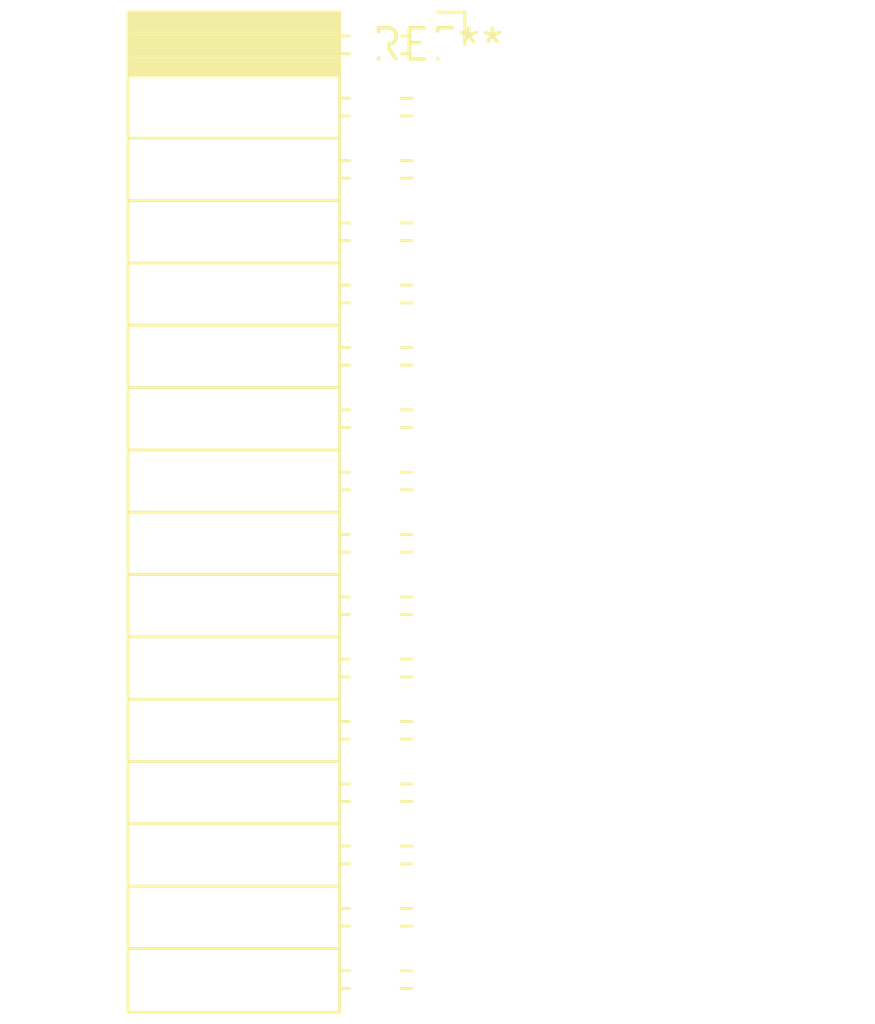
<source format=kicad_pcb>
(kicad_pcb (version 20240108) (generator pcbnew)
  (layers (0 "F.Cu" signal) (31 "B.Cu" signal) (34 "B.Paste" user) (35 "F.Paste" user) (36 "B.SilkS" user "B.Silkscreen") (37 "F.SilkS" user "F.Silkscreen") (38 "B.Mask" user) (39 "F.Mask" user) (44 "Edge.Cuts" user))
  (net 0 "")
  (footprint "PinSocket_2x16_P2.54mm_Horizontal" (layer "F.Cu") (at 0 0)
    (property "Reference" "REF**")
    (property "Value" "PinSocket_2x16_P2.54mm_Horizontal")
    (fp_line (start -12.63 -1.33) (end -12.63 39.43) (layer "F.SilkS") (stroke (width 0.12)))
    (fp_line (start -12.63 -1.33) (end -4 -1.33) (layer "F.SilkS") (stroke (width 0.12)))
    (fp_line (start -12.63 -1.21) (end -4 -1.21) (layer "F.SilkS") (stroke (width 0.12)))
    (fp_line (start -12.63 -1.091905) (end -4 -1.091905) (layer "F.SilkS") (stroke (width 0.12)))
    (fp_line (start -12.63 -0.97381) (end -4 -0.97381) (layer "F.SilkS") (stroke (width 0.12)))
    (fp_line (start -12.63 -0.855715) (end -4 -0.855715) (layer "F.SilkS") (stroke (width 0.12)))
    (fp_line (start -12.63 -0.73762) (end -4 -0.73762) (layer "F.SilkS") (stroke (width 0.12)))
    (fp_line (start -12.63 -0.619525) (end -4 -0.619525) (layer "F.SilkS") (stroke (width 0.12)))
    (fp_line (start -12.63 -0.50143) (end -4 -0.50143) (layer "F.SilkS") (stroke (width 0.12)))
    (fp_line (start -12.63 -0.383335) (end -4 -0.383335) (layer "F.SilkS") (stroke (width 0.12)))
    (fp_line (start -12.63 -0.26524) (end -4 -0.26524) (layer "F.SilkS") (stroke (width 0.12)))
    (fp_line (start -12.63 -0.147145) (end -4 -0.147145) (layer "F.SilkS") (stroke (width 0.12)))
    (fp_line (start -12.63 -0.02905) (end -4 -0.02905) (layer "F.SilkS") (stroke (width 0.12)))
    (fp_line (start -12.63 0.089045) (end -4 0.089045) (layer "F.SilkS") (stroke (width 0.12)))
    (fp_line (start -12.63 0.20714) (end -4 0.20714) (layer "F.SilkS") (stroke (width 0.12)))
    (fp_line (start -12.63 0.325235) (end -4 0.325235) (layer "F.SilkS") (stroke (width 0.12)))
    (fp_line (start -12.63 0.44333) (end -4 0.44333) (layer "F.SilkS") (stroke (width 0.12)))
    (fp_line (start -12.63 0.561425) (end -4 0.561425) (layer "F.SilkS") (stroke (width 0.12)))
    (fp_line (start -12.63 0.67952) (end -4 0.67952) (layer "F.SilkS") (stroke (width 0.12)))
    (fp_line (start -12.63 0.797615) (end -4 0.797615) (layer "F.SilkS") (stroke (width 0.12)))
    (fp_line (start -12.63 0.91571) (end -4 0.91571) (layer "F.SilkS") (stroke (width 0.12)))
    (fp_line (start -12.63 1.033805) (end -4 1.033805) (layer "F.SilkS") (stroke (width 0.12)))
    (fp_line (start -12.63 1.1519) (end -4 1.1519) (layer "F.SilkS") (stroke (width 0.12)))
    (fp_line (start -12.63 1.27) (end -4 1.27) (layer "F.SilkS") (stroke (width 0.12)))
    (fp_line (start -12.63 3.81) (end -4 3.81) (layer "F.SilkS") (stroke (width 0.12)))
    (fp_line (start -12.63 6.35) (end -4 6.35) (layer "F.SilkS") (stroke (width 0.12)))
    (fp_line (start -12.63 8.89) (end -4 8.89) (layer "F.SilkS") (stroke (width 0.12)))
    (fp_line (start -12.63 11.43) (end -4 11.43) (layer "F.SilkS") (stroke (width 0.12)))
    (fp_line (start -12.63 13.97) (end -4 13.97) (layer "F.SilkS") (stroke (width 0.12)))
    (fp_line (start -12.63 16.51) (end -4 16.51) (layer "F.SilkS") (stroke (width 0.12)))
    (fp_line (start -12.63 19.05) (end -4 19.05) (layer "F.SilkS") (stroke (width 0.12)))
    (fp_line (start -12.63 21.59) (end -4 21.59) (layer "F.SilkS") (stroke (width 0.12)))
    (fp_line (start -12.63 24.13) (end -4 24.13) (layer "F.SilkS") (stroke (width 0.12)))
    (fp_line (start -12.63 26.67) (end -4 26.67) (layer "F.SilkS") (stroke (width 0.12)))
    (fp_line (start -12.63 29.21) (end -4 29.21) (layer "F.SilkS") (stroke (width 0.12)))
    (fp_line (start -12.63 31.75) (end -4 31.75) (layer "F.SilkS") (stroke (width 0.12)))
    (fp_line (start -12.63 34.29) (end -4 34.29) (layer "F.SilkS") (stroke (width 0.12)))
    (fp_line (start -12.63 36.83) (end -4 36.83) (layer "F.SilkS") (stroke (width 0.12)))
    (fp_line (start -12.63 39.43) (end -4 39.43) (layer "F.SilkS") (stroke (width 0.12)))
    (fp_line (start -4 -1.33) (end -4 39.43) (layer "F.SilkS") (stroke (width 0.12)))
    (fp_line (start -4 -0.36) (end -3.59 -0.36) (layer "F.SilkS") (stroke (width 0.12)))
    (fp_line (start -4 0.36) (end -3.59 0.36) (layer "F.SilkS") (stroke (width 0.12)))
    (fp_line (start -4 2.18) (end -3.59 2.18) (layer "F.SilkS") (stroke (width 0.12)))
    (fp_line (start -4 2.9) (end -3.59 2.9) (layer "F.SilkS") (stroke (width 0.12)))
    (fp_line (start -4 4.72) (end -3.59 4.72) (layer "F.SilkS") (stroke (width 0.12)))
    (fp_line (start -4 5.44) (end -3.59 5.44) (layer "F.SilkS") (stroke (width 0.12)))
    (fp_line (start -4 7.26) (end -3.59 7.26) (layer "F.SilkS") (stroke (width 0.12)))
    (fp_line (start -4 7.98) (end -3.59 7.98) (layer "F.SilkS") (stroke (width 0.12)))
    (fp_line (start -4 9.8) (end -3.59 9.8) (layer "F.SilkS") (stroke (width 0.12)))
    (fp_line (start -4 10.52) (end -3.59 10.52) (layer "F.SilkS") (stroke (width 0.12)))
    (fp_line (start -4 12.34) (end -3.59 12.34) (layer "F.SilkS") (stroke (width 0.12)))
    (fp_line (start -4 13.06) (end -3.59 13.06) (layer "F.SilkS") (stroke (width 0.12)))
    (fp_line (start -4 14.88) (end -3.59 14.88) (layer "F.SilkS") (stroke (width 0.12)))
    (fp_line (start -4 15.6) (end -3.59 15.6) (layer "F.SilkS") (stroke (width 0.12)))
    (fp_line (start -4 17.42) (end -3.59 17.42) (layer "F.SilkS") (stroke (width 0.12)))
    (fp_line (start -4 18.14) (end -3.59 18.14) (layer "F.SilkS") (stroke (width 0.12)))
    (fp_line (start -4 19.96) (end -3.59 19.96) (layer "F.SilkS") (stroke (width 0.12)))
    (fp_line (start -4 20.68) (end -3.59 20.68) (layer "F.SilkS") (stroke (width 0.12)))
    (fp_line (start -4 22.5) (end -3.59 22.5) (layer "F.SilkS") (stroke (width 0.12)))
    (fp_line (start -4 23.22) (end -3.59 23.22) (layer "F.SilkS") (stroke (width 0.12)))
    (fp_line (start -4 25.04) (end -3.59 25.04) (layer "F.SilkS") (stroke (width 0.12)))
    (fp_line (start -4 25.76) (end -3.59 25.76) (layer "F.SilkS") (stroke (width 0.12)))
    (fp_line (start -4 27.58) (end -3.59 27.58) (layer "F.SilkS") (stroke (width 0.12)))
    (fp_line (start -4 28.3) (end -3.59 28.3) (layer "F.SilkS") (stroke (width 0.12)))
    (fp_line (start -4 30.12) (end -3.59 30.12) (layer "F.SilkS") (stroke (width 0.12)))
    (fp_line (start -4 30.84) (end -3.59 30.84) (layer "F.SilkS") (stroke (width 0.12)))
    (fp_line (start -4 32.66) (end -3.59 32.66) (layer "F.SilkS") (stroke (width 0.12)))
    (fp_line (start -4 33.38) (end -3.59 33.38) (layer "F.SilkS") (stroke (width 0.12)))
    (fp_line (start -4 35.2) (end -3.59 35.2) (layer "F.SilkS") (stroke (width 0.12)))
    (fp_line (start -4 35.92) (end -3.59 35.92) (layer "F.SilkS") (stroke (width 0.12)))
    (fp_line (start -4 37.74) (end -3.59 37.74) (layer "F.SilkS") (stroke (width 0.12)))
    (fp_line (start -4 38.46) (end -3.59 38.46) (layer "F.SilkS") (stroke (width 0.12)))
    (fp_line (start -1.49 -0.36) (end -1.11 -0.36) (layer "F.SilkS") (stroke (width 0.12)))
    (fp_line (start -1.49 0.36) (end -1.11 0.36) (layer "F.SilkS") (stroke (width 0.12)))
    (fp_line (start -1.49 2.18) (end -1.05 2.18) (layer "F.SilkS") (stroke (width 0.12)))
    (fp_line (start -1.49 2.9) (end -1.05 2.9) (layer "F.SilkS") (stroke (width 0.12)))
    (fp_line (start -1.49 4.72) (end -1.05 4.72) (layer "F.SilkS") (stroke (width 0.12)))
    (fp_line (start -1.49 5.44) (end -1.05 5.44) (layer "F.SilkS") (stroke (width 0.12)))
    (fp_line (start -1.49 7.26) (end -1.05 7.26) (layer "F.SilkS") (stroke (width 0.12)))
    (fp_line (start -1.49 7.98) (end -1.05 7.98) (layer "F.SilkS") (stroke (width 0.12)))
    (fp_line (start -1.49 9.8) (end -1.05 9.8) (layer "F.SilkS") (stroke (width 0.12)))
    (fp_line (start -1.49 10.52) (end -1.05 10.52) (layer "F.SilkS") (stroke (width 0.12)))
    (fp_line (start -1.49 12.34) (end -1.05 12.34) (layer "F.SilkS") (stroke (width 0.12)))
    (fp_line (start -1.49 13.06) (end -1.05 13.06) (layer "F.SilkS") (stroke (width 0.12)))
    (fp_line (start -1.49 14.88) (end -1.05 14.88) (layer "F.SilkS") (stroke (width 0.12)))
    (fp_line (start -1.49 15.6) (end -1.05 15.6) (layer "F.SilkS") (stroke (width 0.12)))
    (fp_line (start -1.49 17.42) (end -1.05 17.42) (layer "F.SilkS") (stroke (width 0.12)))
    (fp_line (start -1.49 18.14) (end -1.05 18.14) (layer "F.SilkS") (stroke (width 0.12)))
    (fp_line (start -1.49 19.96) (end -1.05 19.96) (layer "F.SilkS") (stroke (width 0.12)))
    (fp_line (start -1.49 20.68) (end -1.05 20.68) (layer "F.SilkS") (stroke (width 0.12)))
    (fp_line (start -1.49 22.5) (end -1.05 22.5) (layer "F.SilkS") (stroke (width 0.12)))
    (fp_line (start -1.49 23.22) (end -1.05 23.22) (layer "F.SilkS") (stroke (width 0.12)))
    (fp_line (start -1.49 25.04) (end -1.05 25.04) (layer "F.SilkS") (stroke (width 0.12)))
    (fp_line (start -1.49 25.76) (end -1.05 25.76) (layer "F.SilkS") (stroke (width 0.12)))
    (fp_line (start -1.49 27.58) (end -1.05 27.58) (layer "F.SilkS") (stroke (width 0.12)))
    (fp_line (start -1.49 28.3) (end -1.05 28.3) (layer "F.SilkS") (stroke (width 0.12)))
    (fp_line (start -1.49 30.12) (end -1.05 30.12) (layer "F.SilkS") (stroke (width 0.12)))
    (fp_line (start -1.49 30.84) (end -1.05 30.84) (layer "F.SilkS") (stroke (width 0.12)))
    (fp_line (start -1.49 32.66) (end -1.05 32.66) (layer "F.SilkS") (stroke (width 0.12)))
    (fp_line (start -1.49 33.38) (end -1.05 33.38) (layer "F.SilkS") (stroke (width 0.12)))
    (fp_line (start -1.49 35.2) (end -1.05 35.2) (layer "F.SilkS") (stroke (width 0.12)))
    (fp_line (start -1.49 35.92) (end -1.05 35.92) (layer "F.SilkS") (stroke (width 0.12)))
    (fp_line (start -1.49 37.74) (end -1.05 37.74) (layer "F.SilkS") (stroke (width 0.12)))
    (fp_line (start -1.49 38.46) (end -1.05 38.46) (layer "F.SilkS") (stroke (width 0.12)))
    (fp_line (start 0 -1.33) (end 1.11 -1.33) (layer "F.SilkS") (stroke (width 0.12)))
    (fp_line (start 1.11 -1.33) (end 1.11 0) (layer "F.SilkS") (stroke (width 0.12)))
    (pad "1" thru_hole rect (at 0 0) (size 1.7 1.7) (drill 1) (layers *.Cu *.Mask) (remove_unused_layers))
    (pad "2" thru_hole oval (at -2.54 0) (size 1.7 1.7) (drill 1) (layers *.Cu *.Mask) (remove_unused_layers))
    (pad "3" thru_hole oval (at 0 2.54) (size 1.7 1.7) (drill 1) (layers *.Cu *.Mask) (remove_unused_layers))
    (pad "4" thru_hole oval (at -2.54 2.54) (size 1.7 1.7) (drill 1) (layers *.Cu *.Mask) (remove_unused_layers))
    (pad "5" thru_hole oval (at 0 5.08) (size 1.7 1.7) (drill 1) (layers *.Cu *.Mask) (remove_unused_layers))
    (pad "6" thru_hole oval (at -2.54 5.08) (size 1.7 1.7) (drill 1) (layers *.Cu *.Mask) (remove_unused_layers))
    (pad "7" thru_hole oval (at 0 7.62) (size 1.7 1.7) (drill 1) (layers *.Cu *.Mask) (remove_unused_layers))
    (pad "8" thru_hole oval (at -2.54 7.62) (size 1.7 1.7) (drill 1) (layers *.Cu *.Mask) (remove_unused_layers))
    (pad "9" thru_hole oval (at 0 10.16) (size 1.7 1.7) (drill 1) (layers *.Cu *.Mask) (remove_unused_layers))
    (pad "10" thru_hole oval (at -2.54 10.16) (size 1.7 1.7) (drill 1) (layers *.Cu *.Mask) (remove_unused_layers))
    (pad "11" thru_hole oval (at 0 12.7) (size 1.7 1.7) (drill 1) (layers *.Cu *.Mask) (remove_unused_layers))
    (pad "12" thru_hole oval (at -2.54 12.7) (size 1.7 1.7) (drill 1) (layers *.Cu *.Mask) (remove_unused_layers))
    (pad "13" thru_hole oval (at 0 15.24) (size 1.7 1.7) (drill 1) (layers *.Cu *.Mask) (remove_unused_layers))
    (pad "14" thru_hole oval (at -2.54 15.24) (size 1.7 1.7) (drill 1) (layers *.Cu *.Mask) (remove_unused_layers))
    (pad "15" thru_hole oval (at 0 17.78) (size 1.7 1.7) (drill 1) (layers *.Cu *.Mask) (remove_unused_layers))
    (pad "16" thru_hole oval (at -2.54 17.78) (size 1.7 1.7) (drill 1) (layers *.Cu *.Mask) (remove_unused_layers))
    (pad "17" thru_hole oval (at 0 20.32) (size 1.7 1.7) (drill 1) (layers *.Cu *.Mask) (remove_unused_layers))
    (pad "18" thru_hole oval (at -2.54 20.32) (size 1.7 1.7) (drill 1) (layers *.Cu *.Mask) (remove_unused_layers))
    (pad "19" thru_hole oval (at 0 22.86) (size 1.7 1.7) (drill 1) (layers *.Cu *.Mask) (remove_unused_layers))
    (pad "20" thru_hole oval (at -2.54 22.86) (size 1.7 1.7) (drill 1) (layers *.Cu *.Mask) (remove_unused_layers))
    (pad "21" thru_hole oval (at 0 25.4) (size 1.7 1.7) (drill 1) (layers *.Cu *.Mask) (remove_unused_layers))
    (pad "22" thru_hole oval (at -2.54 25.4) (size 1.7 1.7) (drill 1) (layers *.Cu *.Mask) (remove_unused_layers))
    (pad "23" thru_hole oval (at 0 27.94) (size 1.7 1.7) (drill 1) (layers *.Cu *.Mask) (remove_unused_layers))
    (pad "24" thru_hole oval (at -2.54 27.94) (size 1.7 1.7) (drill 1) (layers *.Cu *.Mask) (remove_unused_layers))
    (pad "25" thru_hole oval (at 0 30.48) (size 1.7 1.7) (drill 1) (layers *.Cu *.Mask) (remove_unused_layers))
    (pad "26" thru_hole oval (at -2.54 30.48) (size 1.7 1.7) (drill 1) (layers *.Cu *.Mask) (remove_unused_layers))
    (pad "27" thru_hole oval (at 0 33.02) (size 1.7 1.7) (drill 1) (layers *.Cu *.Mask) (remove_unused_layers))
    (pad "28" thru_hole oval (at -2.54 33.02) (size 1.7 1.7) (drill 1) (layers *.Cu *.Mask) (remove_unused_layers))
    (pad "29" thru_hole oval (at 0 35.56) (size 1.7 1.7) (drill 1) (layers *.Cu *.Mask) (remove_unused_layers))
    (pad "30" thru_hole oval (at -2.54 35.56) (size 1.7 1.7) (drill 1) (layers *.Cu *.Mask) (remove_unused_layers))
    (pad "31" thru_hole oval (at 0 38.1) (size 1.7 1.7) (drill 1) (layers *.Cu *.Mask) (remove_unused_layers))
    (pad "32" thru_hole oval (at -2.54 38.1) (size 1.7 1.7) (drill 1) (layers *.Cu *.Mask) (remove_unused_layers))
  )
)
</source>
